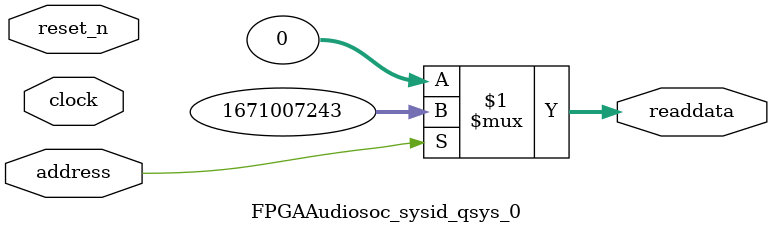
<source format=v>



// synthesis translate_off
`timescale 1ns / 1ps
// synthesis translate_on

// turn off superfluous verilog processor warnings 
// altera message_level Level1 
// altera message_off 10034 10035 10036 10037 10230 10240 10030 

module FPGAAudiosoc_sysid_qsys_0 (
               // inputs:
                address,
                clock,
                reset_n,

               // outputs:
                readdata
             )
;

  output  [ 31: 0] readdata;
  input            address;
  input            clock;
  input            reset_n;

  wire    [ 31: 0] readdata;
  //control_slave, which is an e_avalon_slave
  assign readdata = address ? 1671007243 : 0;

endmodule



</source>
